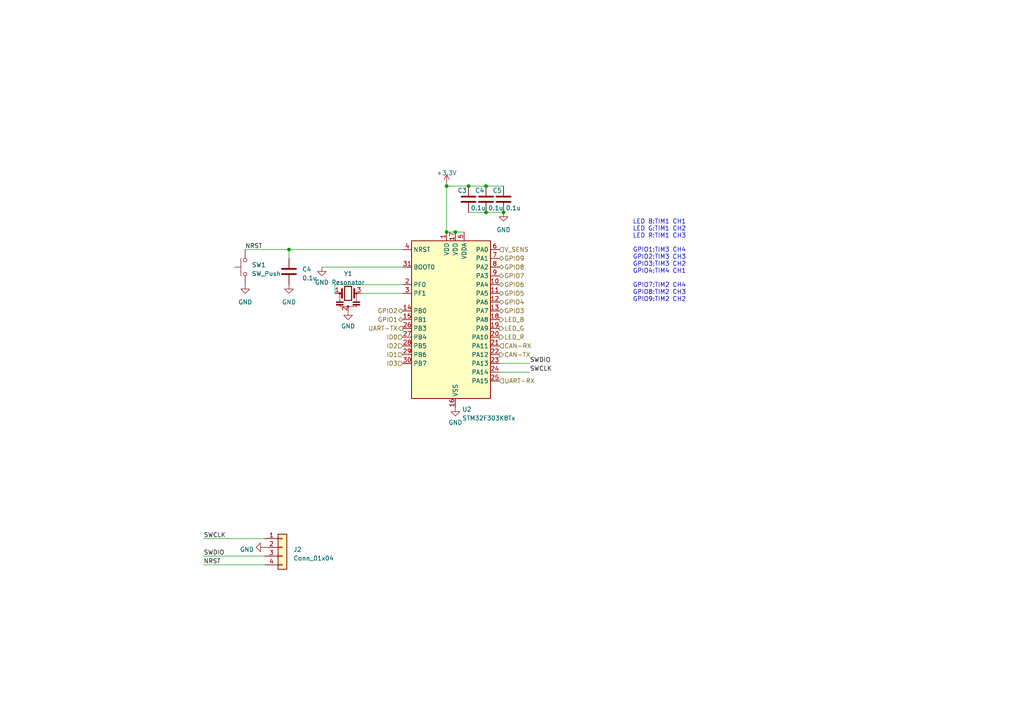
<source format=kicad_sch>
(kicad_sch (version 20231120) (generator "eeschema") (generator_version "8.0")
  (paper "A4")
  (lib_symbols
    (symbol "Connector_Generic:Conn_01x04" (pin_names (offset 1.016) hide)
      (property "Reference" "J" (at 0 5.08 0))
      (property "Value" "Conn_01x04" (at 0 -7.62 0))
      (symbol "Conn_01x04_1_1"
        (rectangle (start -1.27 -4.953) (end 0 -5.207) (stroke (width 0.1524)))
        (rectangle (start -1.27 -2.413) (end 0 -2.667) (stroke (width 0.1524)))
        (rectangle (start -1.27 0.127) (end 0 -0.127) (stroke (width 0.1524)))
        (rectangle (start -1.27 2.667) (end 0 2.413) (stroke (width 0.1524)))
        (rectangle (start -1.27 3.81) (end 1.27 -6.35) (stroke (width 0.254)) (fill (type background)))
        (pin passive line (at -5.08 2.54 0) (length 3.81) (name "Pin_1") (number "1"))
        (pin passive line (at -5.08 0 0) (length 3.81) (name "Pin_2") (number "2"))
        (pin passive line (at -5.08 -2.54 0) (length 3.81) (name "Pin_3") (number "3"))
        (pin passive line (at -5.08 -5.08 0) (length 3.81) (name "Pin_4") (number "4"))
      )
    )
    (symbol "Device:C" (pin_numbers hide) (pin_names (offset 0.254))
      (property "Reference" "C" (at 0.635 2.54 0))
      (property "Value" "C" (at 0.635 -2.54 0))
      (symbol "C_0_1"
        (polyline (pts (xy -2.032 -0.762) (xy 2.032 -0.762)) (stroke (width 0.508)))
        (polyline (pts (xy -2.032 0.762) (xy 2.032 0.762)) (stroke (width 0.508)))
      )
      (symbol "C_1_1"
        (pin passive line (at 0 3.81 270) (length 2.794) (name "~") (number "1"))
        (pin passive line (at 0 -3.81 90) (length 2.794) (name "~") (number "2"))
      )
    )
    (symbol "Device:Resonator" (pin_names (offset 1.016) hide)
      (property "Reference" "Y" (at 0 5.715 0))
      (property "Value" "Resonator" (at 0 3.81 0))
      (symbol "Resonator_0_1"
        (rectangle (start -3.429 -3.175) (end -1.397 -3.429) (fill (type outline)))
        (rectangle (start -3.429 -2.413) (end -1.397 -2.667) (fill (type outline)))
        (circle (center -2.413 0) (radius 0.254) (fill (type outline)))
        (rectangle (start -1.016 2.032) (end 1.016 -2.032) (stroke (width 0.3048)))
        (circle (center 0 -3.81) (radius 0.254) (fill (type outline)))
        (polyline (pts (xy -2.413 -2.413) (xy -2.413 0)))
        (polyline (pts (xy -1.905 0) (xy -3.175 0)))
        (polyline (pts (xy -1.778 -1.27) (xy -1.778 1.27)) (stroke (width 0.508)))
        (polyline (pts (xy 1.778 -1.27) (xy 1.778 1.27)) (stroke (width 0.508)))
        (polyline (pts (xy 1.905 0) (xy 2.54 0)))
        (polyline (pts (xy 2.413 0) (xy 2.413 -2.54)))
        (polyline (pts (xy 2.413 -3.302) (xy 2.413 -3.81) (xy -2.413 -3.81) (xy -2.413 -3.302)))
        (rectangle (start 1.397 -3.175) (end 3.429 -3.429) (fill (type outline)))
        (rectangle (start 1.397 -2.413) (end 3.429 -2.667) (fill (type outline)))
        (circle (center 2.413 0) (radius 0.254) (fill (type outline)))
      )
      (symbol "Resonator_1_1"
        (pin passive line (at -3.81 0 0) (length 1.27) (name "1") (number "1"))
        (pin passive line (at 0 -5.08 90) (length 1.27) (name "2") (number "2"))
        (pin passive line (at 3.81 0 180) (length 1.27) (name "3") (number "3"))
      )
    )
    (symbol "MCU_ST_STM32F3:STM32F303K8Tx"
      (property "Reference" "U" (at -10.16 24.13 0))
      (property "Value" "STM32F303K8Tx" (at 7.62 24.13 0))
      (symbol "STM32F303K8Tx_0_1"
        (rectangle (start -10.16 -22.86) (end 12.7 22.86) (stroke (width 0.254)) (fill (type background)))
      )
      (symbol "STM32F303K8Tx_1_1"
        (pin power_in line (at 0 25.4 270) (length 2.54) (name "VDD") (number "1"))
        (pin bidirectional line (at 15.24 10.16 180) (length 2.54) (name "PA4") (number "10"))
        (pin bidirectional line (at 15.24 7.62 180) (length 2.54) (name "PA5") (number "11"))
        (pin bidirectional line (at 15.24 5.08 180) (length 2.54) (name "PA6") (number "12"))
        (pin bidirectional line (at 15.24 2.54 180) (length 2.54) (name "PA7") (number "13"))
        (pin bidirectional line (at -12.7 2.54 0) (length 2.54) (name "PB0") (number "14"))
        (pin bidirectional line (at -12.7 0 0) (length 2.54) (name "PB1") (number "15"))
        (pin power_in line (at 2.54 -25.4 90) (length 2.54) (name "VSS") (number "16"))
        (pin power_in line (at 2.54 25.4 270) (length 2.54) (name "VDD") (number "17"))
        (pin bidirectional line (at 15.24 0 180) (length 2.54) (name "PA8") (number "18"))
        (pin bidirectional line (at 15.24 -2.54 180) (length 2.54) (name "PA9") (number "19"))
        (pin bidirectional line (at -12.7 10.16 0) (length 2.54) (name "PF0") (number "2"))
        (pin bidirectional line (at 15.24 -5.08 180) (length 2.54) (name "PA10") (number "20"))
        (pin bidirectional line (at 15.24 -7.62 180) (length 2.54) (name "PA11") (number "21"))
        (pin bidirectional line (at 15.24 -10.16 180) (length 2.54) (name "PA12") (number "22"))
        (pin bidirectional line (at 15.24 -12.7 180) (length 2.54) (name "PA13") (number "23"))
        (pin bidirectional line (at 15.24 -15.24 180) (length 2.54) (name "PA14") (number "24"))
        (pin bidirectional line (at 15.24 -17.78 180) (length 2.54) (name "PA15") (number "25"))
        (pin bidirectional line (at -12.7 -2.54 0) (length 2.54) (name "PB3") (number "26"))
        (pin bidirectional line (at -12.7 -5.08 0) (length 2.54) (name "PB4") (number "27"))
        (pin bidirectional line (at -12.7 -7.62 0) (length 2.54) (name "PB5") (number "28"))
        (pin bidirectional line (at -12.7 -10.16 0) (length 2.54) (name "PB6") (number "29"))
        (pin bidirectional line (at -12.7 7.62 0) (length 2.54) (name "PF1") (number "3"))
        (pin bidirectional line (at -12.7 -12.7 0) (length 2.54) (name "PB7") (number "30"))
        (pin input line (at -12.7 15.24 0) (length 2.54) (name "BOOT0") (number "31"))
        (pin passive line (at 2.54 -25.4 90) (length 2.54) hide (name "VSS") (number "32"))
        (pin input line (at -12.7 20.32 0) (length 2.54) (name "NRST") (number "4"))
        (pin power_in line (at 5.08 25.4 270) (length 2.54) (name "VDDA") (number "5"))
        (pin bidirectional line (at 15.24 20.32 180) (length 2.54) (name "PA0") (number "6"))
        (pin bidirectional line (at 15.24 17.78 180) (length 2.54) (name "PA1") (number "7"))
        (pin bidirectional line (at 15.24 15.24 180) (length 2.54) (name "PA2") (number "8"))
        (pin bidirectional line (at 15.24 12.7 180) (length 2.54) (name "PA3") (number "9"))
      )
    )
    (symbol "Switch:SW_Push" (pin_numbers hide) (pin_names (offset 1.016) hide)
      (property "Reference" "SW" (at 1.27 2.54 0))
      (property "Value" "SW_Push" (at 0 -1.524 0))
      (symbol "SW_Push_0_1"
        (circle (center -2.032 0) (radius 0.508))
        (polyline (pts (xy 0 1.27) (xy 0 3.048)))
        (polyline (pts (xy 2.54 1.27) (xy -2.54 1.27)))
        (circle (center 2.032 0) (radius 0.508))
        (pin passive line (at -5.08 0 0) (length 2.54) (name "1") (number "1"))
        (pin passive line (at 5.08 0 180) (length 2.54) (name "2") (number "2"))
      )
    )
    (symbol "power:+3.3V" (power) (pin_names (offset 0))
      (property "Value" "+3.3V" (at 0 3.556 0))
      (symbol "+3.3V_0_1"
        (polyline (pts (xy -0.762 1.27) (xy 0 2.54)))
        (polyline (pts (xy 0 0) (xy 0 2.54)))
        (polyline (pts (xy 0 2.54) (xy 0.762 1.27)))
      )
      (symbol "+3.3V_1_1"
        (pin power_in line (at 0 0 90) (length 0) hide (name "+3.3V") (number "1"))
      )
    )
    (symbol "power:GND" (power) (pin_names (offset 0))
      (property "Value" "GND" (at 0 -3.81 0))
      (symbol "GND_0_1"
        (polyline (pts (xy 0 0) (xy 0 -1.27) (xy 1.27 -1.27) (xy 0 -2.54) (xy -1.27 -1.27) (xy 0 -1.27)))
      )
      (symbol "GND_1_1"
        (pin power_in line (at 0 0 270) (length 0) hide (name "GND") (number "1"))
      )
    )
  )
  (junction (at 140.97 53.975))
  (junction (at 83.82 72.39))
  (junction (at 135.89 53.975))
  (junction (at 129.54 67.31))
  (junction (at 140.97 61.595))
  (junction (at 129.54 53.975))
  (junction (at 132.08 67.31))
  (junction (at 146.05 61.595))
  (wire (pts (xy 71.12 72.39) (xy 83.82 72.39)))
  (wire (pts (xy 97.155 82.55) (xy 97.155 85.09)))
  (wire (pts (xy 83.82 72.39) (xy 116.84 72.39)))
  (wire (pts (xy 93.345 77.47) (xy 116.84 77.47)))
  (wire (pts (xy 104.775 85.09) (xy 116.84 85.09)))
  (wire (pts (xy 132.08 67.31) (xy 134.62 67.31)))
  (wire (pts (xy 129.54 53.975) (xy 129.54 67.31)))
  (wire (pts (xy 97.155 82.55) (xy 116.84 82.55)))
  (wire (pts (xy 129.54 53.34) (xy 129.54 53.975)))
  (wire (pts (xy 135.89 53.975) (xy 140.97 53.975)))
  (wire (pts (xy 129.54 67.31) (xy 132.08 67.31)))
  (wire (pts (xy 135.89 61.595) (xy 140.97 61.595)))
  (wire (pts (xy 76.835 156.21) (xy 59.055 156.21)))
  (wire (pts (xy 129.54 53.975) (xy 135.89 53.975)))
  (wire (pts (xy 146.05 61.595) (xy 140.97 61.595)))
  (wire (pts (xy 140.97 53.975) (xy 146.05 53.975)))
  (wire (pts (xy 59.055 163.83) (xy 76.835 163.83)))
  (wire (pts (xy 144.78 107.95) (xy 153.67 107.95)))
  (wire (pts (xy 153.67 105.41) (xy 144.78 105.41)))
  (wire (pts (xy 59.055 161.29) (xy 76.835 161.29)))
  (wire (pts (xy 83.82 72.39) (xy 83.82 74.93)))
  (text "LED B:TIM1 CH1\nLED G:TIM1 CH2\nLED R:TIM1 CH3\n\nGPIO1:TIM3 CH4\nGPIO2:TIM3 CH3\nGPIO3:TIM3 CH2\nGPIO4:TIM4 CH1\n\nGPIO7:TIM2 CH4\nGPIO8:TIM2 CH3\nGPIO9:TIM2 CH2\n" (at 183.515 87.63 0) (effects (font (size 1.27 1.27)) (justify left bottom)))
  (label "SWCLK" (at 59.055 156.21 0))
  (label "SWCLK" (at 153.67 107.95 0))
  (label "SWDIO" (at 153.67 105.41 0))
  (label "NRST" (at 71.12 72.39 0))
  (label "NRST" (at 59.055 163.83 0))
  (label "SWDIO" (at 59.055 161.29 0))
  (hierarchical_label "UART-RX" (shape input) (at 144.78 110.49 0))
  (hierarchical_label "ID3" (shape input) (at 116.84 105.41 180))
  (hierarchical_label "GPIO6" (shape bidirectional) (at 144.78 82.55 0))
  (hierarchical_label "GPIO8" (shape bidirectional) (at 144.78 77.47 0))
  (hierarchical_label "V_SENS" (shape input) (at 144.78 72.39 0))
  (hierarchical_label "LED_B" (shape output) (at 144.78 92.71 0))
  (hierarchical_label "ID2" (shape input) (at 116.84 100.33 180))
  (hierarchical_label "ID1" (shape input) (at 116.84 102.87 180))
  (hierarchical_label "GPIO4" (shape bidirectional) (at 144.78 87.63 0))
  (hierarchical_label "LED_G" (shape output) (at 144.78 95.25 0))
  (hierarchical_label "LED_R" (shape output) (at 144.78 97.79 0))
  (hierarchical_label "GPIO2" (shape bidirectional) (at 116.84 90.17 180))
  (hierarchical_label "CAN-TX" (shape output) (at 144.78 102.87 0))
  (hierarchical_label "GPIO5" (shape bidirectional) (at 144.78 85.09 0))
  (hierarchical_label "GPIO7" (shape bidirectional) (at 144.78 80.01 0))
  (hierarchical_label "UART-TX" (shape output) (at 116.84 95.25 180))
  (hierarchical_label "GPIO1" (shape bidirectional) (at 116.84 92.71 180))
  (hierarchical_label "CAN-RX" (shape input) (at 144.78 100.33 0))
  (hierarchical_label "GPIO3" (shape bidirectional) (at 144.78 90.17 0))
  (hierarchical_label "ID0" (shape input) (at 116.84 97.79 180))
  (hierarchical_label "GPIO9" (shape bidirectional) (at 144.78 74.93 0))
  (symbol (lib_id "power:GND") (at 146.05 61.595 0) (unit 1)
    (property "Reference" "#PWR033" (effects (hide yes)))
    (property "Value" "GND" (at 146.05 66.675 0))
    (instances (project "ぱわこ" (path "" (reference "#PWR033") (unit 1))) (project "GPIO基板" (path "" (reference "#PWR036") (unit 1))))
  )
  (symbol (lib_id "power:GND") (at 100.965 90.17 0) (unit 1)
    (property "Reference" "#PWR030" (effects (hide yes)))
    (property "Value" "GND" (at 100.965 94.615 0))
    (instances (project "ぱわこ" (path "" (reference "#PWR030") (unit 1))) (project "GPIO基板" (path "" (reference "#PWR033") (unit 1))))
  )
  (symbol (lib_id "Device:C") (at 83.82 78.74 0) (unit 1)
    (property "Reference" "C4" (at 87.63 78.105 0) (effects (justify left)))
    (property "Value" "0.1u" (at 87.63 80.645 0) (effects (justify left)))
    (property "Footprint" "Capacitor_SMD:C_0603_1608Metric_Pad1.08x0.95mm_HandSolder" (effects (hide yes)))
  )
  (symbol (lib_id "Device:C") (at 140.97 57.785 0) (unit 1)
    (property "Reference" "C4" (at 137.795 55.245 0) (effects (justify left)))
    (property "Value" "0.1u" (at 141.605 60.325 0) (effects (justify left)))
    (property "Footprint" "Capacitor_SMD:C_0603_1608Metric_Pad1.08x0.95mm_HandSolder" (effects (hide yes)))
    (instances (project "ぱわこ" (path "" (reference "C4") (unit 1))) (project "GPIO基板" (path "" (reference "C6") (unit 1))))
  )
  (symbol (lib_id "power:+3.3V") (at 129.54 53.34 0) (unit 1)
    (property "Reference" "#PWR031" (effects (hide yes)))
    (property "Value" "+3.3V" (at 129.54 50.165 0))
    (instances (project "ぱわこ" (path "" (reference "#PWR031") (unit 1))) (project "GPIO基板" (path "" (reference "#PWR034") (unit 1))))
  )
  (symbol (lib_id "power:GND") (at 132.08 118.11 0) (unit 1)
    (property "Reference" "#PWR032" (effects (hide yes)))
    (property "Value" "GND" (at 132.08 122.555 0))
    (instances (project "ぱわこ" (path "" (reference "#PWR032") (unit 1))) (project "GPIO基板" (path "" (reference "#PWR035") (unit 1))))
  )
  (symbol (lib_id "power:GND") (at 71.12 82.55 0) (unit 1)
    (property "Reference" "#PWR027" (effects (hide yes)))
    (property "Value" "GND" (at 71.12 87.63 0))
    (instances (project "ぱわこ" (path "" (reference "#PWR027") (unit 1))) (project "GPIO基板" (path "" (reference "#PWR029") (unit 1))))
  )
  (symbol (lib_id "power:GND") (at 93.345 77.47 0) (unit 1)
    (property "Reference" "#PWR029" (effects (hide yes)))
    (property "Value" "GND" (at 93.345 81.915 0))
    (instances (project "ぱわこ" (path "" (reference "#PWR029") (unit 1))) (project "GPIO基板" (path "" (reference "#PWR032") (unit 1))))
  )
  (symbol (lib_id "Switch:SW_Push") (at 71.12 77.47 90) (unit 1)
    (property "Reference" "SW1" (at 73.025 76.835 90) (effects (justify right)))
    (property "Value" "SW_Push" (at 73.025 79.375 90) (effects (justify right)))
    (property "Footprint" "Robocon_Switch:KMR621NG" (effects (hide yes)))
    (instances (project "ぱわこ" (path "" (reference "SW1") (unit 1))) (project "GPIO基板" (path "" (reference "SW2") (unit 1))))
  )
  (symbol (lib_id "Device:C") (at 146.05 57.785 0) (unit 1)
    (property "Reference" "C5" (at 142.875 55.245 0) (effects (justify left)))
    (property "Value" "0.1u" (at 146.685 60.325 0) (effects (justify left)))
    (property "Footprint" "Capacitor_SMD:C_0603_1608Metric_Pad1.08x0.95mm_HandSolder" (effects (hide yes)))
    (instances (project "ぱわこ" (path "" (reference "C5") (unit 1))) (project "GPIO基板" (path "" (reference "C7") (unit 1))))
  )
  (symbol (lib_id "Device:Resonator") (at 100.965 85.09 0) (unit 1)
    (property "Reference" "Y1" (at 100.965 79.375 0))
    (property "Value" "Resonator" (at 100.965 81.915 0))
    (property "Footprint" "Crystal:Resonator_SMD_Murata_CSTxExxV-3Pin_3.0x1.1mm_HandSoldering" (effects (hide yes)))
  )
  (symbol (lib_id "Connector_Generic:Conn_01x04") (at 81.915 158.75 0) (unit 1)
    (property "Reference" "J2" (at 85.09 159.385 0) (effects (justify left)))
    (property "Value" "Conn_01x04" (at 85.09 161.925 0) (effects (justify left)))
    (property "Footprint" "Connector_JST:JST_SH_SM04B-SRSS-TB_1x04-1MP_P1.00mm_Horizontal" (effects (hide yes)))
  )
  (symbol (lib_id "MCU_ST_STM32F3:STM32F303K8Tx") (at 129.54 92.71 0) (unit 1)
    (property "Reference" "U2" (at 134.0359 118.745 0) (effects (justify left)))
    (property "Value" "STM32F303K8Tx" (at 134.0359 121.285 0) (effects (justify left)))
    (property "Footprint" "Package_QFP:LQFP-32_7x7mm_P0.8mm" (effects (hide yes)))
    (property "Datasheet" "https://www.st.com/resource/en/datasheet/stm32f303k8.pdf" (effects (hide yes)))
  )
  (symbol (lib_id "power:GND") (at 83.82 82.55 0) (unit 1)
    (property "Reference" "#PWR031" (effects (hide yes)))
    (property "Value" "GND" (at 83.82 87.63 0))
  )
  (symbol (lib_id "Device:C") (at 135.89 57.785 0) (unit 1)
    (property "Reference" "C3" (at 132.715 55.245 0) (effects (justify left)))
    (property "Value" "0.1u" (at 136.525 60.325 0) (effects (justify left)))
    (property "Footprint" "Capacitor_SMD:C_0603_1608Metric_Pad1.08x0.95mm_HandSolder" (effects (hide yes)))
    (instances (project "ぱわこ" (path "" (reference "C3") (unit 1))) (project "GPIO基板" (path "" (reference "C5") (unit 1))))
  )
  (symbol (lib_id "power:GND") (at 76.835 158.75 270) (mirror x) (unit 1)
    (property "Reference" "#PWR030" (effects (hide yes)))
    (property "Value" "GND" (at 73.66 159.385 90) (effects (justify right)))
  )
)
</source>
